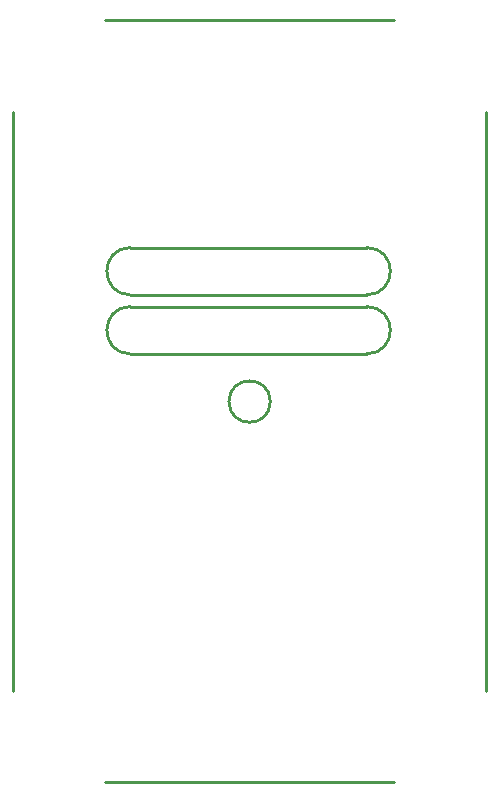
<source format=gbr>
%TF.GenerationSoftware,Altium Limited,Altium Designer,20.0.14 (345)*%
G04 Layer_Color=16711935*
%FSLAX45Y45*%
%MOMM*%
%TF.FileFunction,Other,Mechanical_1*%
%TF.Part,Single*%
G01*
G75*
%TA.AperFunction,NonConductor*%
%ADD25C,0.25400*%
D25*
X2175000Y3223770D02*
G03*
X2175000Y3223770I-175000J0D01*
G01*
X991343Y4527875D02*
G03*
X991343Y4127874I0J-200000D01*
G01*
X2991343D02*
G03*
X2991343Y4527875I0J200000D01*
G01*
Y3628074D02*
G03*
X2991343Y4028074I0J200000D01*
G01*
X991343D02*
G03*
X991343Y3628074I0J-200000D01*
G01*
X4000500Y774700D02*
Y5676900D01*
X0Y774700D02*
Y5676900D01*
X991343Y4127874D02*
X2991343D01*
X991343Y4527875D02*
X2991343D01*
X991343Y4028074D02*
X2991343D01*
X991343Y3628074D02*
X2991343D01*
X774701Y6453330D02*
X3225800Y6451600D01*
X774700Y0D02*
X3225799D01*
%TF.MD5,506773bb4032dedd6e68c1f5ab92dd5c*%
M02*

</source>
